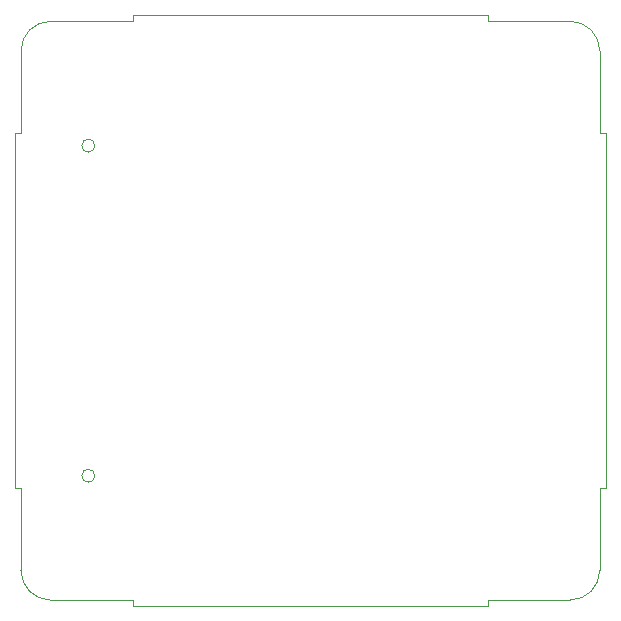
<source format=gm1>
G04 #@! TF.GenerationSoftware,KiCad,Pcbnew,7.0.6*
G04 #@! TF.CreationDate,2023-07-11T17:34:18+08:00*
G04 #@! TF.ProjectId,m5-pantilt,6d352d70-616e-4746-996c-742e6b696361,1*
G04 #@! TF.SameCoordinates,PX5f5e100PY5f5e100*
G04 #@! TF.FileFunction,Profile,NP*
%FSLAX46Y46*%
G04 Gerber Fmt 4.6, Leading zero omitted, Abs format (unit mm)*
G04 Created by KiCad (PCBNEW 7.0.6) date 2023-07-11 17:34:18*
%MOMM*%
%LPD*%
G01*
G04 APERTURE LIST*
G04 #@! TA.AperFunction,Profile*
%ADD10C,0.050000*%
G04 #@! TD*
G04 APERTURE END LIST*
D10*
X40000000Y0D02*
X10000000Y0D01*
X49500000Y47000000D02*
X49500000Y40000000D01*
X47000000Y49500000D02*
X40000000Y49500000D01*
X500000Y3000000D02*
X500000Y10000000D01*
X500000Y47000000D02*
X500000Y40000000D01*
X3000000Y49500000D02*
G75*
G03*
X500000Y47000000I0J-2500000D01*
G01*
X49500000Y40000000D02*
X50000000Y40000000D01*
X49500000Y10000000D02*
X50000000Y10000000D01*
X40000000Y500000D02*
X40000000Y0D01*
X10000000Y500000D02*
X10000000Y0D01*
X500000Y10000000D02*
X0Y10000000D01*
X0Y40000000D02*
X500000Y40000000D01*
X10000000Y50000000D02*
X10000000Y49500000D01*
X6750000Y11023600D02*
G75*
G03*
X6750000Y11023600I-550000J0D01*
G01*
X0Y10000000D02*
X0Y40000000D01*
X3000000Y49500000D02*
X10000000Y49500000D01*
X47000000Y500000D02*
X40000000Y500000D01*
X10000000Y50000000D02*
X40000000Y50000000D01*
X47000000Y500000D02*
G75*
G03*
X49500000Y3000000I0J2500000D01*
G01*
X49500000Y47000000D02*
G75*
G03*
X47000000Y49500000I-2500000J0D01*
G01*
X6750000Y38970437D02*
G75*
G03*
X6750000Y38970437I-550000J0D01*
G01*
X50000000Y40000000D02*
X50000000Y10000000D01*
X3000000Y500000D02*
X10000000Y500000D01*
X49500000Y3000000D02*
X49500000Y10000000D01*
X500000Y3000000D02*
G75*
G03*
X3000000Y500000I2500000J0D01*
G01*
X40000000Y50000000D02*
X40000000Y49500000D01*
M02*

</source>
